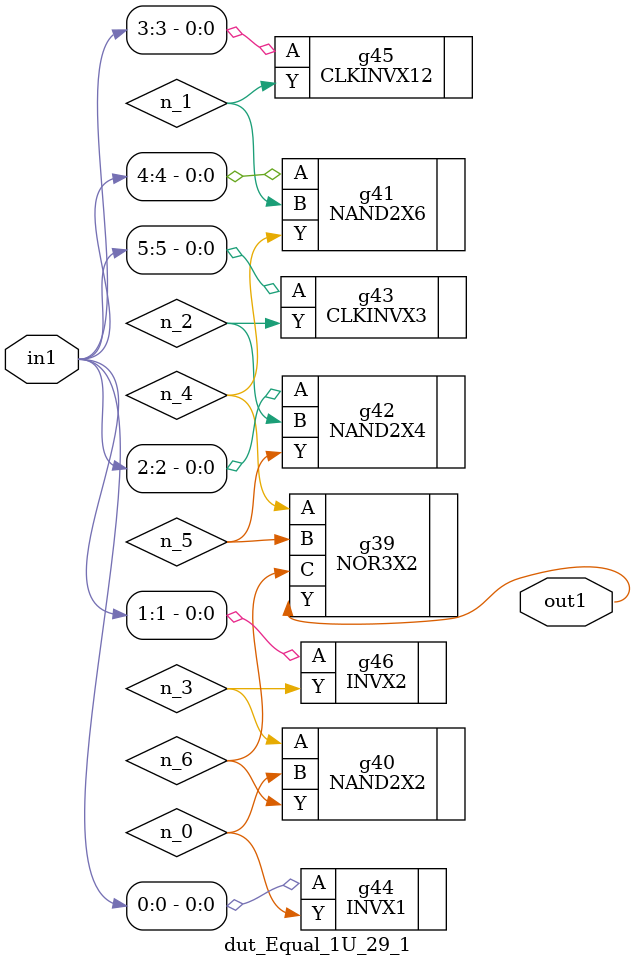
<source format=v>
`timescale 1ps / 1ps


module dut_Equal_1U_29_1(in1, out1);
  input [5:0] in1;
  output out1;
  wire [5:0] in1;
  wire out1;
  wire n_0, n_1, n_2, n_3, n_4, n_5, n_6;
  NOR3X2 g39(.A (n_4), .B (n_5), .C (n_6), .Y (out1));
  NAND2X2 g40(.A (n_3), .B (n_0), .Y (n_6));
  NAND2X4 g42(.A (in1[2]), .B (n_2), .Y (n_5));
  NAND2X6 g41(.A (in1[4]), .B (n_1), .Y (n_4));
  INVX2 g46(.A (in1[1]), .Y (n_3));
  CLKINVX3 g43(.A (in1[5]), .Y (n_2));
  CLKINVX12 g45(.A (in1[3]), .Y (n_1));
  INVX1 g44(.A (in1[0]), .Y (n_0));
endmodule



</source>
